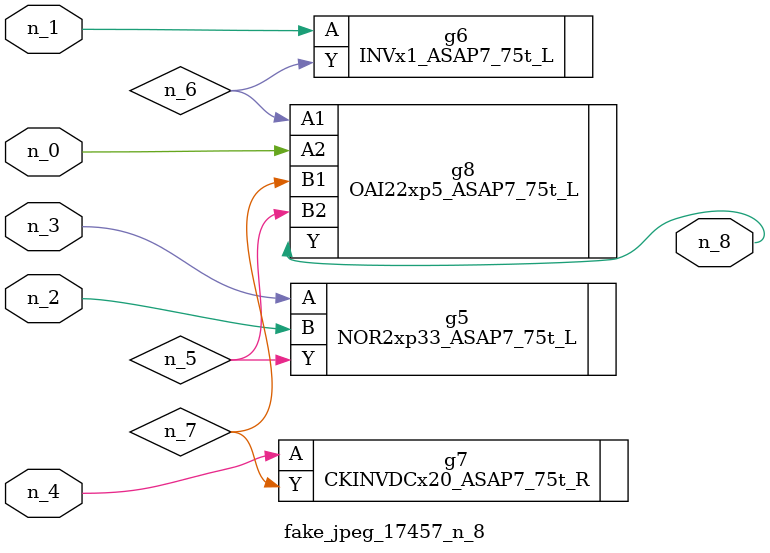
<source format=v>
module fake_jpeg_17457_n_8 (n_3, n_2, n_1, n_0, n_4, n_8);

input n_3;
input n_2;
input n_1;
input n_0;
input n_4;

output n_8;

wire n_6;
wire n_5;
wire n_7;

NOR2xp33_ASAP7_75t_L g5 ( 
.A(n_3),
.B(n_2),
.Y(n_5)
);

INVx1_ASAP7_75t_L g6 ( 
.A(n_1),
.Y(n_6)
);

CKINVDCx20_ASAP7_75t_R g7 ( 
.A(n_4),
.Y(n_7)
);

OAI22xp5_ASAP7_75t_L g8 ( 
.A1(n_6),
.A2(n_0),
.B1(n_7),
.B2(n_5),
.Y(n_8)
);


endmodule
</source>
